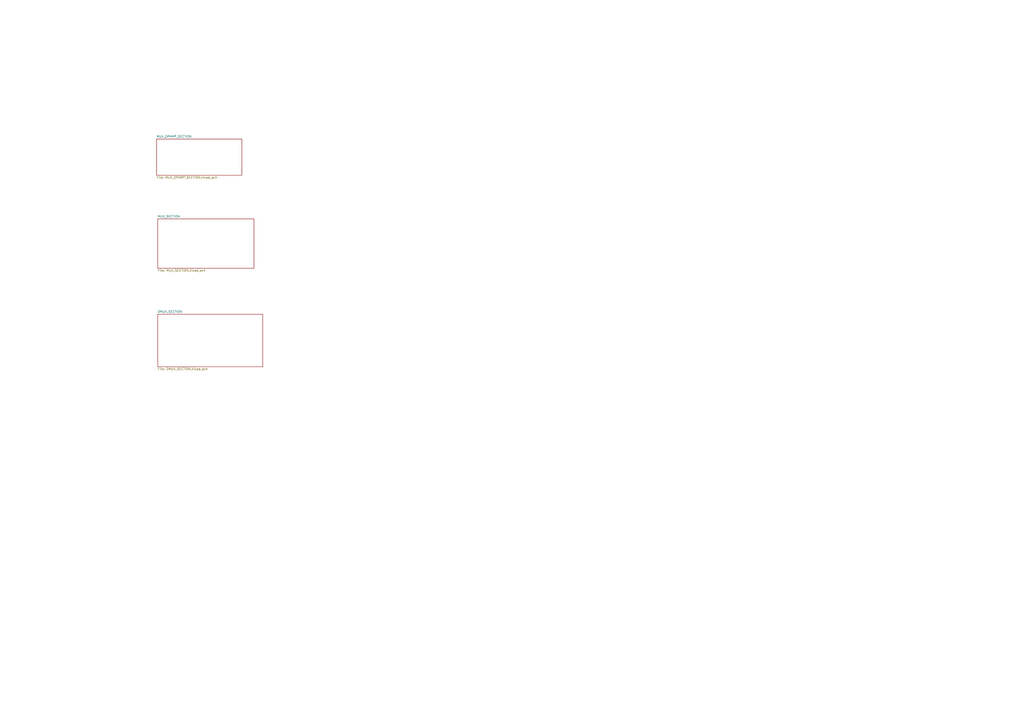
<source format=kicad_sch>
(kicad_sch (version 20230121) (generator eeschema)
  (paper "A2")
  (title_block (title "Split_Circuit_Board") (date "2023-07-25") (rev "1"))
  (lib_symbols)
  (sheet (at 91.44 182.245) (size 60.96 30.48) (stroke (width 0.1524))
    (property "Sheetname" "DMUX_SECTION" (at 91.44 181.5334 0) (effects (justify left bottom)))
    (property "Sheetfile" "DMUX_SECTION.kicad_sch" (at 91.44 213.3096 0) (effects (justify left top)))
  )
  (sheet (at 90.805 80.645) (size 49.53 20.955) (stroke (width 0.1524))
    (property "Sheetname" "MUX_OPAMP_SECTION" (at 90.805 79.9334 0) (effects (justify left bottom)))
    (property "Sheetfile" "MUX_OPAMP_SECTION.kicad_sch" (at 90.805 102.1846 0) (effects (justify left top)))
  )
  (sheet (at 91.44 127) (size 55.88 28.575) (stroke (width 0.1524))
    (property "Sheetname" "MUX_SECTION" (at 91.44 126.2884 0) (effects (justify left bottom)))
    (property "Sheetfile" "MUX_SECTION.kicad_sch" (at 91.44 156.1596 0) (effects (justify left top)))
  )
)
</source>
